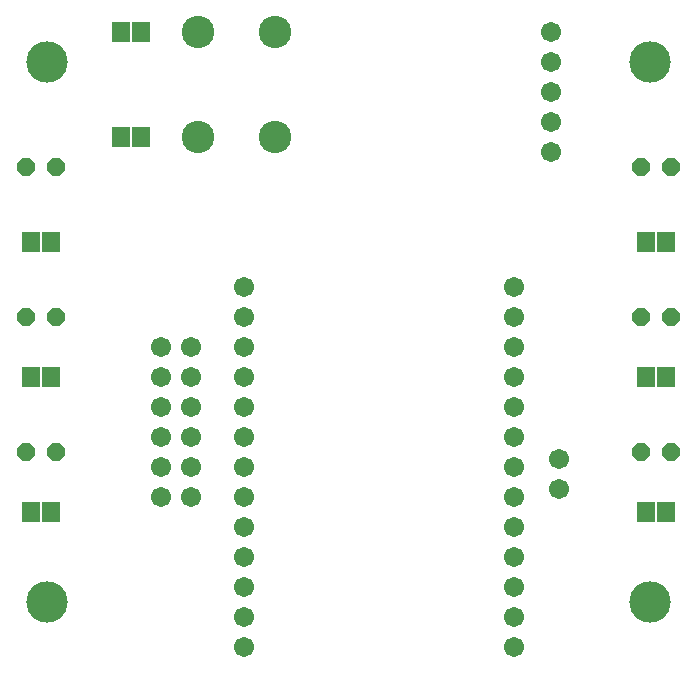
<source format=gbr>
G04 EAGLE Gerber RS-274X export*
G75*
%MOMM*%
%FSLAX34Y34*%
%LPD*%
%INSoldermask Top*%
%IPPOS*%
%AMOC8*
5,1,8,0,0,1.08239X$1,22.5*%
G01*
%ADD10R,1.503200X1.703200*%
%ADD11C,2.743200*%
%ADD12C,1.711200*%
%ADD13C,3.503200*%
%ADD14P,1.649562X8X22.500000*%


D10*
X118500Y546100D03*
X135500Y546100D03*
X563000Y139700D03*
X580000Y139700D03*
X42300Y254000D03*
X59300Y254000D03*
D11*
X248400Y546100D03*
X183400Y546100D03*
X248400Y457200D03*
X183400Y457200D03*
D12*
X222250Y330200D03*
X222250Y304800D03*
X222250Y279400D03*
X222250Y254000D03*
X222250Y228600D03*
X222250Y203200D03*
X222250Y177800D03*
X222250Y152400D03*
X222250Y127000D03*
X222250Y101600D03*
X222250Y76200D03*
X222250Y50800D03*
X222250Y25400D03*
X450850Y330200D03*
X450850Y304800D03*
X450850Y279400D03*
X450850Y254000D03*
X450850Y228600D03*
X450850Y203200D03*
X450850Y177800D03*
X450850Y152400D03*
X450850Y127000D03*
X450850Y101600D03*
X450850Y76200D03*
X450850Y50800D03*
X450850Y25400D03*
D13*
X566420Y520700D03*
X55880Y520700D03*
X566420Y63500D03*
X55880Y63500D03*
D14*
X558800Y190500D03*
X584200Y190500D03*
X38100Y190500D03*
X63500Y190500D03*
X558800Y304800D03*
X584200Y304800D03*
X558800Y431800D03*
X584200Y431800D03*
X38100Y431800D03*
X63500Y431800D03*
X38100Y304800D03*
X63500Y304800D03*
D10*
X42300Y368300D03*
X59300Y368300D03*
X563000Y254000D03*
X580000Y254000D03*
X42300Y139700D03*
X59300Y139700D03*
X563000Y368300D03*
X580000Y368300D03*
X118500Y457200D03*
X135500Y457200D03*
D12*
X482600Y546100D03*
X482600Y520700D03*
X482600Y495300D03*
X482600Y469900D03*
X482600Y444500D03*
X152400Y152400D03*
X152400Y177800D03*
X152400Y203200D03*
X152400Y228600D03*
X152400Y254000D03*
X177800Y152400D03*
X177800Y177800D03*
X177800Y203200D03*
X177800Y228600D03*
X177800Y254000D03*
X177800Y279400D03*
X152400Y279400D03*
X488950Y184150D03*
X488950Y158750D03*
M02*

</source>
